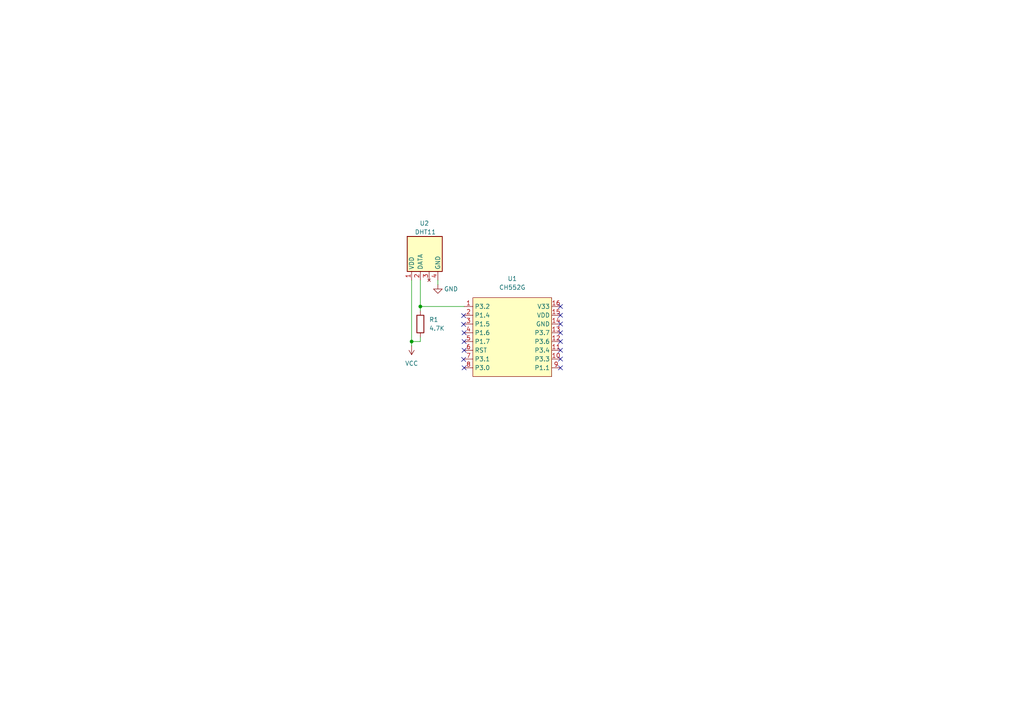
<source format=kicad_sch>
(kicad_sch
	(version 20231120)
	(generator "eeschema")
	(generator_version "8.0")
	(uuid "e63e39d7-6ac0-4ffd-8aa3-1841a4541b55")
	(paper "A4")
	(title_block
		(title "CH552G Minimal Circuit")
		(date "2022-10-30")
		(rev "1.0")
		(company "Nicola Strappazzon C")
	)
	(lib_symbols
		(symbol "Device:R"
			(pin_numbers hide)
			(pin_names
				(offset 0)
			)
			(exclude_from_sim no)
			(in_bom yes)
			(on_board yes)
			(property "Reference" "R"
				(at 2.032 0 90)
				(effects
					(font
						(size 1.27 1.27)
					)
				)
			)
			(property "Value" "R"
				(at 0 0 90)
				(effects
					(font
						(size 1.27 1.27)
					)
				)
			)
			(property "Footprint" ""
				(at -1.778 0 90)
				(effects
					(font
						(size 1.27 1.27)
					)
					(hide yes)
				)
			)
			(property "Datasheet" "~"
				(at 0 0 0)
				(effects
					(font
						(size 1.27 1.27)
					)
					(hide yes)
				)
			)
			(property "Description" "Resistor"
				(at 0 0 0)
				(effects
					(font
						(size 1.27 1.27)
					)
					(hide yes)
				)
			)
			(property "ki_keywords" "R res resistor"
				(at 0 0 0)
				(effects
					(font
						(size 1.27 1.27)
					)
					(hide yes)
				)
			)
			(property "ki_fp_filters" "R_*"
				(at 0 0 0)
				(effects
					(font
						(size 1.27 1.27)
					)
					(hide yes)
				)
			)
			(symbol "R_0_1"
				(rectangle
					(start -1.016 -2.54)
					(end 1.016 2.54)
					(stroke
						(width 0.254)
						(type default)
					)
					(fill
						(type none)
					)
				)
			)
			(symbol "R_1_1"
				(pin passive line
					(at 0 3.81 270)
					(length 1.27)
					(name "~"
						(effects
							(font
								(size 1.27 1.27)
							)
						)
					)
					(number "1"
						(effects
							(font
								(size 1.27 1.27)
							)
						)
					)
				)
				(pin passive line
					(at 0 -3.81 90)
					(length 1.27)
					(name "~"
						(effects
							(font
								(size 1.27 1.27)
							)
						)
					)
					(number "2"
						(effects
							(font
								(size 1.27 1.27)
							)
						)
					)
				)
			)
		)
		(symbol "Sensor:DHT11"
			(exclude_from_sim no)
			(in_bom yes)
			(on_board yes)
			(property "Reference" "U2"
				(at -6.35 1.2701 0)
				(effects
					(font
						(size 1.27 1.27)
					)
					(justify right)
				)
			)
			(property "Value" "DHT11"
				(at -6.35 -1.2699 0)
				(effects
					(font
						(size 1.27 1.27)
					)
					(justify right)
				)
			)
			(property "Footprint" "Sensor:Aosong_DHT11_5.5x12.0_P2.54mm"
				(at 0 -10.16 0)
				(effects
					(font
						(size 1.27 1.27)
					)
					(hide yes)
				)
			)
			(property "Datasheet" "http://akizukidenshi.com/download/ds/aosong/DHT11.pdf"
				(at 3.81 6.35 0)
				(effects
					(font
						(size 1.27 1.27)
					)
					(hide yes)
				)
			)
			(property "Description" "3.3V to 5.5V, temperature and humidity module, DHT11"
				(at 0 0 0)
				(effects
					(font
						(size 1.27 1.27)
					)
					(hide yes)
				)
			)
			(property "ki_keywords" "digital sensor"
				(at 0 0 0)
				(effects
					(font
						(size 1.27 1.27)
					)
					(hide yes)
				)
			)
			(property "ki_fp_filters" "Aosong*DHT11*5.5x12.0*P2.54mm*"
				(at 0 0 0)
				(effects
					(font
						(size 1.27 1.27)
					)
					(hide yes)
				)
			)
			(symbol "DHT11_0_1"
				(rectangle
					(start -5.08 5.08)
					(end 5.08 -5.08)
					(stroke
						(width 0.254)
						(type default)
					)
					(fill
						(type background)
					)
				)
			)
			(symbol "DHT11_1_1"
				(pin power_in line
					(at -3.81 -7.62 90)
					(length 2.54)
					(name "VDD"
						(effects
							(font
								(size 1.27 1.27)
							)
						)
					)
					(number "1"
						(effects
							(font
								(size 1.27 1.27)
							)
						)
					)
				)
				(pin bidirectional line
					(at -1.27 -7.62 90)
					(length 2.54)
					(name "DATA"
						(effects
							(font
								(size 1.27 1.27)
							)
						)
					)
					(number "2"
						(effects
							(font
								(size 1.27 1.27)
							)
						)
					)
				)
				(pin no_connect line
					(at 1.27 -7.62 90)
					(length 2.54)
					(name ""
						(effects
							(font
								(size 1.27 1.27)
							)
						)
					)
					(number "3"
						(effects
							(font
								(size 1.27 1.27)
							)
						)
					)
				)
				(pin no_connect line
					(at -5.08 0 0)
					(length 2.54) hide
					(name "NC"
						(effects
							(font
								(size 1.27 1.27)
							)
						)
					)
					(number "3"
						(effects
							(font
								(size 1.27 1.27)
							)
						)
					)
				)
				(pin power_in line
					(at 3.81 -7.62 90)
					(length 2.54)
					(name "GND"
						(effects
							(font
								(size 1.27 1.27)
							)
						)
					)
					(number "4"
						(effects
							(font
								(size 1.27 1.27)
							)
						)
					)
				)
			)
		)
		(symbol "library:CH552G"
			(exclude_from_sim no)
			(in_bom yes)
			(on_board yes)
			(property "Reference" "U"
				(at 0 16.51 0)
				(effects
					(font
						(size 1.27 1.27)
					)
				)
			)
			(property "Value" "CH552G"
				(at 0 13.97 0)
				(effects
					(font
						(size 1.27 1.27)
					)
				)
			)
			(property "Footprint" "H_soic:SOIC16"
				(at 0 -13.97 0)
				(effects
					(font
						(size 1.27 1.27)
					)
					(hide yes)
				)
			)
			(property "Datasheet" ""
				(at -19.05 11.43 0)
				(effects
					(font
						(size 1.27 1.27)
					)
					(hide yes)
				)
			)
			(property "Description" ""
				(at 0 0 0)
				(effects
					(font
						(size 1.27 1.27)
					)
					(hide yes)
				)
			)
			(symbol "CH552G_0_1"
				(rectangle
					(start -11.43 11.43)
					(end 11.43 -11.43)
					(stroke
						(width 0)
						(type default)
					)
					(fill
						(type background)
					)
				)
			)
			(symbol "CH552G_1_1"
				(pin passive line
					(at -13.97 8.89 0)
					(length 2.54)
					(name "P3.2"
						(effects
							(font
								(size 1.27 1.27)
							)
						)
					)
					(number "1"
						(effects
							(font
								(size 1.27 1.27)
							)
						)
					)
				)
				(pin passive line
					(at 13.97 -6.35 180)
					(length 2.54)
					(name "P3.3"
						(effects
							(font
								(size 1.27 1.27)
							)
						)
					)
					(number "10"
						(effects
							(font
								(size 1.27 1.27)
							)
						)
					)
				)
				(pin passive line
					(at 13.97 -3.81 180)
					(length 2.54)
					(name "P3.4"
						(effects
							(font
								(size 1.27 1.27)
							)
						)
					)
					(number "11"
						(effects
							(font
								(size 1.27 1.27)
							)
						)
					)
				)
				(pin passive line
					(at 13.97 -1.27 180)
					(length 2.54)
					(name "P3.6"
						(effects
							(font
								(size 1.27 1.27)
							)
						)
					)
					(number "12"
						(effects
							(font
								(size 1.27 1.27)
							)
						)
					)
				)
				(pin passive line
					(at 13.97 1.27 180)
					(length 2.54)
					(name "P3.7"
						(effects
							(font
								(size 1.27 1.27)
							)
						)
					)
					(number "13"
						(effects
							(font
								(size 1.27 1.27)
							)
						)
					)
				)
				(pin power_in line
					(at 13.97 3.81 180)
					(length 2.54)
					(name "GND"
						(effects
							(font
								(size 1.27 1.27)
							)
						)
					)
					(number "14"
						(effects
							(font
								(size 1.27 1.27)
							)
						)
					)
				)
				(pin power_in line
					(at 13.97 6.35 180)
					(length 2.54)
					(name "VDD"
						(effects
							(font
								(size 1.27 1.27)
							)
						)
					)
					(number "15"
						(effects
							(font
								(size 1.27 1.27)
							)
						)
					)
				)
				(pin power_out line
					(at 13.97 8.89 180)
					(length 2.54)
					(name "V33"
						(effects
							(font
								(size 1.27 1.27)
							)
						)
					)
					(number "16"
						(effects
							(font
								(size 1.27 1.27)
							)
						)
					)
				)
				(pin passive line
					(at -13.97 6.35 0)
					(length 2.54)
					(name "P1.4"
						(effects
							(font
								(size 1.27 1.27)
							)
						)
					)
					(number "2"
						(effects
							(font
								(size 1.27 1.27)
							)
						)
					)
				)
				(pin passive line
					(at -13.97 3.81 0)
					(length 2.54)
					(name "P1.5"
						(effects
							(font
								(size 1.27 1.27)
							)
						)
					)
					(number "3"
						(effects
							(font
								(size 1.27 1.27)
							)
						)
					)
				)
				(pin passive line
					(at -13.97 1.27 0)
					(length 2.54)
					(name "P1.6"
						(effects
							(font
								(size 1.27 1.27)
							)
						)
					)
					(number "4"
						(effects
							(font
								(size 1.27 1.27)
							)
						)
					)
				)
				(pin passive line
					(at -13.97 -1.27 0)
					(length 2.54)
					(name "P1.7"
						(effects
							(font
								(size 1.27 1.27)
							)
						)
					)
					(number "5"
						(effects
							(font
								(size 1.27 1.27)
							)
						)
					)
				)
				(pin passive line
					(at -13.97 -3.81 0)
					(length 2.54)
					(name "RST"
						(effects
							(font
								(size 1.27 1.27)
							)
						)
					)
					(number "6"
						(effects
							(font
								(size 1.27 1.27)
							)
						)
					)
				)
				(pin passive line
					(at -13.97 -6.35 0)
					(length 2.54)
					(name "P3.1"
						(effects
							(font
								(size 1.27 1.27)
							)
						)
					)
					(number "7"
						(effects
							(font
								(size 1.27 1.27)
							)
						)
					)
				)
				(pin passive line
					(at -13.97 -8.89 0)
					(length 2.54)
					(name "P3.0"
						(effects
							(font
								(size 1.27 1.27)
							)
						)
					)
					(number "8"
						(effects
							(font
								(size 1.27 1.27)
							)
						)
					)
				)
				(pin passive line
					(at 13.97 -8.89 180)
					(length 2.54)
					(name "P1.1"
						(effects
							(font
								(size 1.27 1.27)
							)
						)
					)
					(number "9"
						(effects
							(font
								(size 1.27 1.27)
							)
						)
					)
				)
			)
		)
		(symbol "power:GND"
			(power)
			(pin_numbers hide)
			(pin_names
				(offset 0) hide)
			(exclude_from_sim no)
			(in_bom yes)
			(on_board yes)
			(property "Reference" "#PWR"
				(at 0 -6.35 0)
				(effects
					(font
						(size 1.27 1.27)
					)
					(hide yes)
				)
			)
			(property "Value" "GND"
				(at 0 -3.81 0)
				(effects
					(font
						(size 1.27 1.27)
					)
				)
			)
			(property "Footprint" ""
				(at 0 0 0)
				(effects
					(font
						(size 1.27 1.27)
					)
					(hide yes)
				)
			)
			(property "Datasheet" ""
				(at 0 0 0)
				(effects
					(font
						(size 1.27 1.27)
					)
					(hide yes)
				)
			)
			(property "Description" "Power symbol creates a global label with name \"GND\" , ground"
				(at 0 0 0)
				(effects
					(font
						(size 1.27 1.27)
					)
					(hide yes)
				)
			)
			(property "ki_keywords" "global power"
				(at 0 0 0)
				(effects
					(font
						(size 1.27 1.27)
					)
					(hide yes)
				)
			)
			(symbol "GND_0_1"
				(polyline
					(pts
						(xy 0 0) (xy 0 -1.27) (xy 1.27 -1.27) (xy 0 -2.54) (xy -1.27 -1.27) (xy 0 -1.27)
					)
					(stroke
						(width 0)
						(type default)
					)
					(fill
						(type none)
					)
				)
			)
			(symbol "GND_1_1"
				(pin power_in line
					(at 0 0 270)
					(length 0)
					(name "~"
						(effects
							(font
								(size 1.27 1.27)
							)
						)
					)
					(number "1"
						(effects
							(font
								(size 1.27 1.27)
							)
						)
					)
				)
			)
		)
		(symbol "power:VCC"
			(power)
			(pin_numbers hide)
			(pin_names
				(offset 0) hide)
			(exclude_from_sim no)
			(in_bom yes)
			(on_board yes)
			(property "Reference" "#PWR"
				(at 0 -3.81 0)
				(effects
					(font
						(size 1.27 1.27)
					)
					(hide yes)
				)
			)
			(property "Value" "VCC"
				(at 0 3.556 0)
				(effects
					(font
						(size 1.27 1.27)
					)
				)
			)
			(property "Footprint" ""
				(at 0 0 0)
				(effects
					(font
						(size 1.27 1.27)
					)
					(hide yes)
				)
			)
			(property "Datasheet" ""
				(at 0 0 0)
				(effects
					(font
						(size 1.27 1.27)
					)
					(hide yes)
				)
			)
			(property "Description" "Power symbol creates a global label with name \"VCC\""
				(at 0 0 0)
				(effects
					(font
						(size 1.27 1.27)
					)
					(hide yes)
				)
			)
			(property "ki_keywords" "global power"
				(at 0 0 0)
				(effects
					(font
						(size 1.27 1.27)
					)
					(hide yes)
				)
			)
			(symbol "VCC_0_1"
				(polyline
					(pts
						(xy -0.762 1.27) (xy 0 2.54)
					)
					(stroke
						(width 0)
						(type default)
					)
					(fill
						(type none)
					)
				)
				(polyline
					(pts
						(xy 0 0) (xy 0 2.54)
					)
					(stroke
						(width 0)
						(type default)
					)
					(fill
						(type none)
					)
				)
				(polyline
					(pts
						(xy 0 2.54) (xy 0.762 1.27)
					)
					(stroke
						(width 0)
						(type default)
					)
					(fill
						(type none)
					)
				)
			)
			(symbol "VCC_1_1"
				(pin power_in line
					(at 0 0 90)
					(length 0)
					(name "~"
						(effects
							(font
								(size 1.27 1.27)
							)
						)
					)
					(number "1"
						(effects
							(font
								(size 1.27 1.27)
							)
						)
					)
				)
			)
		)
	)
	(junction
		(at 119.38 99.06)
		(diameter 0)
		(color 0 0 0 0)
		(uuid "06fc7af8-c0e5-4df6-97c5-8866a596ed60")
	)
	(junction
		(at 121.92 88.9)
		(diameter 0)
		(color 0 0 0 0)
		(uuid "df714e6e-bba7-40da-8e4c-843d2136fc6f")
	)
	(no_connect
		(at 162.56 93.98)
		(uuid "09154d05-a39f-4e6a-9ccc-14fd092fed88")
	)
	(no_connect
		(at 162.56 104.14)
		(uuid "0b8d4a23-dabe-4825-8f05-e63b0d90854b")
	)
	(no_connect
		(at 162.56 99.06)
		(uuid "17db5610-0a47-43b1-9d7e-758dde2c9f4d")
	)
	(no_connect
		(at 162.56 101.6)
		(uuid "66161411-f613-4d86-965a-7089d349a3ca")
	)
	(no_connect
		(at 134.62 96.52)
		(uuid "732dcff4-060f-4a86-9d64-5536fe0d634a")
	)
	(no_connect
		(at 162.56 88.9)
		(uuid "7421d829-b962-49f5-b9b8-d6798c174699")
	)
	(no_connect
		(at 134.4676 104.2416)
		(uuid "8b683997-017a-4b6e-b43b-d09de24935fc")
	)
	(no_connect
		(at 134.4676 94.0816)
		(uuid "8b683997-017a-4b6e-b43b-d09de24935fd")
	)
	(no_connect
		(at 134.4676 91.5416)
		(uuid "8b683997-017a-4b6e-b43b-d09de2493600")
	)
	(no_connect
		(at 134.62 101.6)
		(uuid "a46e8cb9-9490-464e-902e-d8ff6f74fb0d")
	)
	(no_connect
		(at 134.62 99.06)
		(uuid "b6ac41d4-df5b-472a-a57e-6862f9f47462")
	)
	(no_connect
		(at 162.56 91.44)
		(uuid "d17ed735-7f8a-495d-82d8-0f694f27a12c")
	)
	(no_connect
		(at 162.56 106.68)
		(uuid "ef36c685-cc09-4d9d-8112-e7059daddc41")
	)
	(no_connect
		(at 162.56 96.52)
		(uuid "f3e38f55-dd59-4c5d-85b5-bc53f652051c")
	)
	(no_connect
		(at 134.62 106.68)
		(uuid "fda32435-238c-42f3-9d5a-8180a991eb7b")
	)
	(wire
		(pts
			(xy 121.92 88.9) (xy 134.62 88.9)
		)
		(stroke
			(width 0)
			(type default)
		)
		(uuid "0051d554-750d-4921-8396-d1ca9d801735")
	)
	(wire
		(pts
			(xy 119.38 99.06) (xy 119.38 100.33)
		)
		(stroke
			(width 0)
			(type default)
		)
		(uuid "5e5342fc-4957-4516-83c8-4141a73dbf03")
	)
	(wire
		(pts
			(xy 121.92 99.06) (xy 119.38 99.06)
		)
		(stroke
			(width 0)
			(type default)
		)
		(uuid "7442badf-0427-4886-8b00-8dbb1fcc7793")
	)
	(wire
		(pts
			(xy 127 81.28) (xy 127 82.55)
		)
		(stroke
			(width 0)
			(type default)
		)
		(uuid "84dec8da-729d-464e-b38a-0fd415d379fb")
	)
	(wire
		(pts
			(xy 121.92 88.9) (xy 121.92 90.17)
		)
		(stroke
			(width 0)
			(type default)
		)
		(uuid "a37d2e91-b743-4ab5-9595-871ac9e90e8a")
	)
	(wire
		(pts
			(xy 121.92 97.79) (xy 121.92 99.06)
		)
		(stroke
			(width 0)
			(type default)
		)
		(uuid "b1a01c1c-e4c2-44fc-87d4-52d5190e420e")
	)
	(wire
		(pts
			(xy 119.38 81.28) (xy 119.38 99.06)
		)
		(stroke
			(width 0)
			(type default)
		)
		(uuid "cf7702dd-8bb1-4e0a-a28c-101de015f03a")
	)
	(wire
		(pts
			(xy 121.92 81.28) (xy 121.92 88.9)
		)
		(stroke
			(width 0)
			(type default)
		)
		(uuid "f2a45050-fc65-433c-b74d-3a0cd871cd67")
	)
	(symbol
		(lib_id "Sensor:DHT11")
		(at 123.19 73.66 0)
		(unit 1)
		(exclude_from_sim no)
		(in_bom yes)
		(on_board yes)
		(dnp no)
		(uuid "5226bc99-18a7-4328-bc05-cea2ff98ffbb")
		(property "Reference" "U2"
			(at 124.46 64.77 0)
			(effects
				(font
					(size 1.27 1.27)
				)
				(justify right)
			)
		)
		(property "Value" "DHT11"
			(at 126.492 67.31 0)
			(effects
				(font
					(size 1.27 1.27)
				)
				(justify right)
			)
		)
		(property "Footprint" "Sensor:Aosong_DHT11_5.5x12.0_P2.54mm"
			(at 123.19 83.82 0)
			(effects
				(font
					(size 1.27 1.27)
				)
				(hide yes)
			)
		)
		(property "Datasheet" "http://akizukidenshi.com/download/ds/aosong/DHT11.pdf"
			(at 127 67.31 0)
			(effects
				(font
					(size 1.27 1.27)
				)
				(hide yes)
			)
		)
		(property "Description" "3.3V to 5.5V, temperature and humidity module, DHT11"
			(at 123.19 73.66 0)
			(effects
				(font
					(size 1.27 1.27)
				)
				(hide yes)
			)
		)
		(pin "1"
			(uuid "18677efc-c206-49d2-b55f-f90e4073996d")
		)
		(pin "2"
			(uuid "ef3fe98e-1dba-4323-834a-c4797242dba6")
		)
		(pin "3"
			(uuid "0fb64d3c-d04f-493e-ba17-1d68bbe86a2e")
		)
		(pin "4"
			(uuid "7179e847-f67b-4203-a597-1897b3a01653")
		)
		(pin "3"
			(uuid "e285528b-aac7-4efb-9a8e-4fe82a407ba0")
		)
		(instances
			(project ""
				(path "/e63e39d7-6ac0-4ffd-8aa3-1841a4541b55"
					(reference "U2")
					(unit 1)
				)
			)
		)
	)
	(symbol
		(lib_id "power:VCC")
		(at 119.38 100.33 180)
		(unit 1)
		(exclude_from_sim no)
		(in_bom yes)
		(on_board yes)
		(dnp no)
		(fields_autoplaced yes)
		(uuid "57dbefc1-7169-41b8-bc82-35a7cd0163d5")
		(property "Reference" "#PWR02"
			(at 119.38 96.52 0)
			(effects
				(font
					(size 1.27 1.27)
				)
				(hide yes)
			)
		)
		(property "Value" "VCC"
			(at 119.38 105.41 0)
			(effects
				(font
					(size 1.27 1.27)
				)
			)
		)
		(property "Footprint" ""
			(at 119.38 100.33 0)
			(effects
				(font
					(size 1.27 1.27)
				)
				(hide yes)
			)
		)
		(property "Datasheet" ""
			(at 119.38 100.33 0)
			(effects
				(font
					(size 1.27 1.27)
				)
				(hide yes)
			)
		)
		(property "Description" "Power symbol creates a global label with name \"VCC\""
			(at 119.38 100.33 0)
			(effects
				(font
					(size 1.27 1.27)
				)
				(hide yes)
			)
		)
		(pin "1"
			(uuid "ff000c62-2b3a-4244-b8d1-8767efeaff8b")
		)
		(instances
			(project ""
				(path "/e63e39d7-6ac0-4ffd-8aa3-1841a4541b55"
					(reference "#PWR02")
					(unit 1)
				)
			)
		)
	)
	(symbol
		(lib_id "library:CH552G")
		(at 148.59 97.79 0)
		(unit 1)
		(exclude_from_sim no)
		(in_bom yes)
		(on_board yes)
		(dnp no)
		(fields_autoplaced yes)
		(uuid "c46fbcc7-964c-4651-a61c-9a277ad0e128")
		(property "Reference" "U1"
			(at 148.59 80.8228 0)
			(effects
				(font
					(size 1.27 1.27)
				)
			)
		)
		(property "Value" "CH552G"
			(at 148.59 83.3628 0)
			(effects
				(font
					(size 1.27 1.27)
				)
			)
		)
		(property "Footprint" "Package_SO:SOIC-16W_5.3x10.2mm_P1.27mm"
			(at 148.59 111.76 0)
			(effects
				(font
					(size 1.27 1.27)
				)
				(hide yes)
			)
		)
		(property "Datasheet" ""
			(at 129.54 86.36 0)
			(effects
				(font
					(size 1.27 1.27)
				)
				(hide yes)
			)
		)
		(property "Description" ""
			(at 148.59 97.79 0)
			(effects
				(font
					(size 1.27 1.27)
				)
				(hide yes)
			)
		)
		(pin "1"
			(uuid "bea8f1a1-fc5e-4135-a0db-1259898b3c41")
		)
		(pin "10"
			(uuid "b2c3768d-1662-4199-b1c8-dd61935e2af3")
		)
		(pin "11"
			(uuid "aa0b2e70-5dd7-4d45-8cf9-438f12397f96")
		)
		(pin "12"
			(uuid "e2eaa0c0-5ae3-4ce1-9ff3-ab4372dc6c73")
		)
		(pin "13"
			(uuid "dc77e2f4-54a4-43ec-aea2-4e5b35cece85")
		)
		(pin "14"
			(uuid "60176782-b6c2-4917-a6d0-c5a0842fb943")
		)
		(pin "15"
			(uuid "1e65fcc9-b572-4b6c-a2b5-6ef3071ec919")
		)
		(pin "16"
			(uuid "3bbc8361-f388-4774-8b50-1934ce15f2d2")
		)
		(pin "2"
			(uuid "2d6477d1-e84c-4a04-9526-6f09da3ecfd0")
		)
		(pin "3"
			(uuid "f00f6bf2-6f7b-4193-a4ae-89067f09ad20")
		)
		(pin "4"
			(uuid "54534d87-561c-41f3-921e-13bd8e0b04e0")
		)
		(pin "5"
			(uuid "8c76871d-64ac-4e49-bf08-bca2179c9959")
		)
		(pin "6"
			(uuid "b21c22c4-b387-4293-8414-7ed7206370d1")
		)
		(pin "7"
			(uuid "05431bd6-5ebf-4b75-9502-4d40b6b071cc")
		)
		(pin "8"
			(uuid "bfb8a788-4913-44e4-8cf3-32e704154f3d")
		)
		(pin "9"
			(uuid "e46262f8-3f36-4b7a-98ad-85ca3300a022")
		)
		(instances
			(project "schematic"
				(path "/e63e39d7-6ac0-4ffd-8aa3-1841a4541b55"
					(reference "U1")
					(unit 1)
				)
			)
		)
	)
	(symbol
		(lib_id "power:GND")
		(at 127 82.55 0)
		(unit 1)
		(exclude_from_sim no)
		(in_bom yes)
		(on_board yes)
		(dnp no)
		(uuid "c6502b22-dd1c-4c33-bf58-bf24c463ed42")
		(property "Reference" "#PWR01"
			(at 127 88.9 0)
			(effects
				(font
					(size 1.27 1.27)
				)
				(hide yes)
			)
		)
		(property "Value" "GND"
			(at 130.81 83.82 0)
			(effects
				(font
					(size 1.27 1.27)
				)
			)
		)
		(property "Footprint" ""
			(at 127 82.55 0)
			(effects
				(font
					(size 1.27 1.27)
				)
				(hide yes)
			)
		)
		(property "Datasheet" ""
			(at 127 82.55 0)
			(effects
				(font
					(size 1.27 1.27)
				)
				(hide yes)
			)
		)
		(property "Description" "Power symbol creates a global label with name \"GND\" , ground"
			(at 127 82.55 0)
			(effects
				(font
					(size 1.27 1.27)
				)
				(hide yes)
			)
		)
		(pin "1"
			(uuid "b68bf12f-88f7-4d2e-a17b-b19b1f5223d7")
		)
		(instances
			(project ""
				(path "/e63e39d7-6ac0-4ffd-8aa3-1841a4541b55"
					(reference "#PWR01")
					(unit 1)
				)
			)
		)
	)
	(symbol
		(lib_id "Device:R")
		(at 121.92 93.98 0)
		(unit 1)
		(exclude_from_sim no)
		(in_bom yes)
		(on_board yes)
		(dnp no)
		(fields_autoplaced yes)
		(uuid "d1c0ebd7-1526-467b-a6e4-b03c036e1d11")
		(property "Reference" "R1"
			(at 124.46 92.7099 0)
			(effects
				(font
					(size 1.27 1.27)
				)
				(justify left)
			)
		)
		(property "Value" "4.7K"
			(at 124.46 95.2499 0)
			(effects
				(font
					(size 1.27 1.27)
				)
				(justify left)
			)
		)
		(property "Footprint" ""
			(at 120.142 93.98 90)
			(effects
				(font
					(size 1.27 1.27)
				)
				(hide yes)
			)
		)
		(property "Datasheet" "~"
			(at 121.92 93.98 0)
			(effects
				(font
					(size 1.27 1.27)
				)
				(hide yes)
			)
		)
		(property "Description" "Resistor"
			(at 121.92 93.98 0)
			(effects
				(font
					(size 1.27 1.27)
				)
				(hide yes)
			)
		)
		(pin "1"
			(uuid "737128be-47ac-455a-8e84-1b8819576bf2")
		)
		(pin "2"
			(uuid "68f8a4bf-735c-47e2-a17e-4cc6e1077106")
		)
		(instances
			(project ""
				(path "/e63e39d7-6ac0-4ffd-8aa3-1841a4541b55"
					(reference "R1")
					(unit 1)
				)
			)
		)
	)
	(sheet_instances
		(path "/"
			(page "1")
		)
	)
)

</source>
